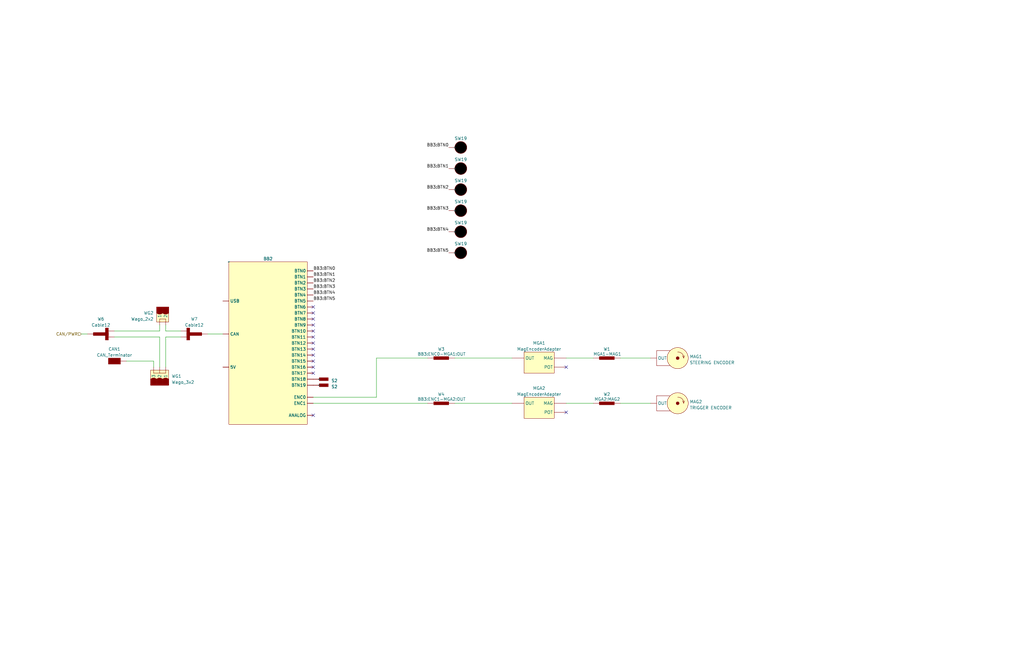
<source format=kicad_sch>
(kicad_sch (version 20230121) (generator eeschema)
  (paper "B")
  (title_block (title "Driver Station System Diagram") (date "2023-02-26") (rev "1.0") (company "971 Spartan Robotics"))
  (lib_symbols
    (symbol "Push_Button_SW_6"
      (property "Reference" "SW18" (at 2.54 3.81 0))
      (property "Value" "~" (at 0 0 0))
      (symbol "Push_Button_SW_6_0_0"
        (pin passive line (at -2.54 0 0) (length 2.54) (name "") (number ""))
      )
      (symbol "Push_Button_SW_6_0_1"
        (circle (center 2.54 0) (radius 2.54) (fill (type color) (color 0 0 0 1)))
      )
    )
    (symbol "SystemDiagram:Button_Board_2"
      (property "Reference" "BB" (at 0 1.27 0))
      (symbol "Button_Board_2_0_0"
        (pin power_in line (at -2.54 -44.45 0) (length 2.54) (name "5V") (number ""))
        (pin input line (at 35.56 -64.77 180) (length 2.54) (name "ANALOG") (number ""))
        (pin input line (at 35.56 -3.81 180) (length 2.54) (name "BTN0") (number ""))
        (pin input line (at 35.56 -6.35 180) (length 2.54) (name "BTN1") (number ""))
        (pin input line (at 35.56 -29.21 180) (length 2.54) (name "BTN10") (number ""))
        (pin input line (at 35.56 -31.75 180) (length 2.54) (name "BTN11") (number ""))
        (pin input line (at 35.56 -34.29 180) (length 2.54) (name "BTN12") (number ""))
        (pin input line (at 35.56 -36.83 180) (length 2.54) (name "BTN13") (number ""))
        (pin input line (at 35.56 -39.37 180) (length 2.54) (name "BTN14") (number ""))
        (pin input line (at 35.56 -41.91 180) (length 2.54) (name "BTN15") (number ""))
        (pin input line (at 35.56 -44.45 180) (length 2.54) (name "BTN16") (number ""))
        (pin input line (at 35.56 -46.99 180) (length 2.54) (name "BTN17") (number ""))
        (pin input line (at 35.56 -49.53 180) (length 2.54) (name "BTN18") (number ""))
        (pin input line (at 35.56 -52.07 180) (length 2.54) (name "BTN19") (number ""))
        (pin input line (at 35.56 -8.89 180) (length 2.54) (name "BTN2") (number ""))
        (pin input line (at 35.56 -11.43 180) (length 2.54) (name "BTN3") (number ""))
        (pin input line (at 35.56 -13.97 180) (length 2.54) (name "BTN4") (number ""))
        (pin input line (at 35.56 -16.51 180) (length 2.54) (name "BTN5") (number ""))
        (pin input line (at 35.56 -19.05 180) (length 2.54) (name "BTN6") (number ""))
        (pin input line (at 35.56 -21.59 180) (length 2.54) (name "BTN7") (number ""))
        (pin input line (at 35.56 -24.13 180) (length 2.54) (name "BTN8") (number ""))
        (pin input line (at 35.56 -26.67 180) (length 2.54) (name "BTN9") (number ""))
        (pin bidirectional line (at -2.54 -30.48 0) (length 2.54) (name "CAN") (number ""))
        (pin input line (at 35.56 -57.15 180) (length 2.54) (name "ENC0") (number ""))
        (pin input line (at 35.56 -59.69 180) (length 2.54) (name "ENC1") (number ""))
        (pin bidirectional line (at -2.54 -16.51 0) (length 2.54) (name "USB") (number ""))
      )
      (symbol "Button_Board_2_0_1"
        (rectangle (start 0 0) (end 33.02 -68.58) (fill (type background)))
      )
    )
    (symbol "SystemDiagram:CAN_Terminator"
      (property "Reference" "CAN" (at 0 0 0))
      (property "Value" "CAN_Terminator" (at 0 0 0))
      (symbol "CAN_Terminator_0_1"
        (rectangle (start 0 1.27) (end 5.08 -1.27) (fill (type outline)))
      )
      (symbol "CAN_Terminator_1_1"
        (pin input line (at -2.54 0 0) (length 2.54) (name "") (number ""))
      )
    )
    (symbol "SystemDiagram:Cable" (pin_numbers hide) (pin_names hide)
      (property "Reference" "W" (at 0 0 0))
      (property "Value" "Cable" (at 0 0 0))
      (symbol "Cable_0_1"
        (rectangle (start 0 0.635) (end 6.35 -0.635) (fill (type outline)))
      )
      (symbol "Cable_1_1"
        (pin input line (at -2.54 0 0) (length 2.54) (name "1") (number "1"))
        (pin input line (at 8.89 0 180) (length 2.54) (name "1") (number "1"))
      )
    )
    (symbol "SystemDiagram:Cable12" (pin_numbers hide) (pin_names hide)
      (property "Reference" "W" (at 0 0 0))
      (property "Value" "Cable12" (at 0 0 0))
      (symbol "Cable12_0_1"
        (rectangle (start 0 0.635) (end 6.35 -0.635) (fill (type outline)))
        (rectangle (start 5.08 2.54) (end 6.35 -2.54) (fill (type outline)))
      )
      (symbol "Cable12_1_1"
        (pin input line (at -2.54 0 0) (length 2.54) (name "1") (number "1"))
        (pin input line (at 8.89 -1.27 180) (length 2.54) (name "1") (number "1"))
        (pin input line (at 8.89 1.27 180) (length 2.54) (name "1") (number "1"))
      )
    )
    (symbol "SystemDiagram:MagEncoderAdapter"
      (property "Reference" "MGA" (at 0 0 0))
      (property "Value" "MagEncoderAdapter" (at 0 0 0))
      (symbol "MagEncoderAdapter_0_0"
        (pin unspecified line (at -5.08 -2.54 0) (length 5.08) (name "MAG") (number ""))
        (pin unspecified line (at 17.78 -2.54 180) (length 5.08) (name "OUT") (number ""))
        (pin unspecified line (at -5.08 -6.35 0) (length 5.08) (name "POT") (number ""))
      )
      (symbol "MagEncoderAdapter_0_1"
        (rectangle (start 0 0) (end 12.7 -8.89) (fill (type background)))
      )
    )
    (symbol "SystemDiagram:Mag_Encoder"
      (property "Reference" "MAG" (at 0 0 0))
      (property "Value" "Mag_Encoder" (at 0 0 0))
      (symbol "Mag_Encoder_0_1"
        (polyline (pts (xy 11.43 0) (xy 10.9715 0.9811)))
        (polyline (pts (xy 11.43 0) (xy 11.743 1.0309)))
        (polyline (pts (xy 5.715 -3.175) (xy 0 -3.175) (xy 0 3.175) (xy 5.715 3.175)))
        (circle (center 8.89 0) (radius 0.635) (fill (type outline)))
        (circle (center 8.89 0) (radius 4.445) (fill (type background)))
        (arc (start 11.43 0) (mid 10.7612 1.8712) (end 8.89 2.54))
      )
      (symbol "Mag_Encoder_1_1"
        (pin input line (at -2.54 0 0) (length 2.54) (name "OUT") (number ""))
      )
    )
    (symbol "SystemDiagram:Short"
      (property "Reference" "S" (at 0 0 0))
      (symbol "Short_0_0"
        (pin passive line (at -2.54 0 0) (length 2.54) (name "") (number ""))
      )
      (symbol "Short_0_1"
        (rectangle (start 0 0.635) (end 3.81 -0.635) (fill (type outline)))
      )
    )
    (symbol "SystemDiagram:Wago_2"
      (property "Reference" "WG" (at 1.27 0 0))
      (property "Value" "Wago_2" (at 2.54 0 0))
      (symbol "Wago_2_0_1"
        (rectangle (start -1.27 2.54) (end 5.08 -2.54) (fill (type background)))
        (polyline (pts (xy 0 1.27) (xy 0 -1.27)))
        (arc (start 2.54 -1.27) (mid 2.54 -1.27) (end 2.54 -1.27))
        (arc (start 2.54 0) (mid 2.0139 -1.27) (end 2.54 -2.54) (fill (type outline)))
        (rectangle (start 2.54 0) (end 5.08 -2.54) (fill (type outline)))
        (arc (start 2.54 2.54) (mid 2.0139 1.27) (end 2.54 0) (fill (type outline)))
        (rectangle (start 2.54 2.54) (end 5.08 0) (fill (type outline)))
        (rectangle (start 3.81 -1.27) (end 3.81 -1.27))
      )
      (symbol "Wago_2_1_1"
        (pin input line (at -2.54 1.27 0) (length 2.54) (name "1") (number ""))
        (pin input line (at -2.54 -1.27 0) (length 2.54) (name "2") (number ""))
      )
    )
    (symbol "SystemDiagram:Wago_3"
      (property "Reference" "WG" (at 1.27 0 0))
      (property "Value" "Wago_3" (at 2.54 0 0))
      (symbol "Wago_3_0_1"
        (rectangle (start -1.27 3.81) (end 5.08 -3.81) (fill (type background)))
        (polyline (pts (xy 0 2.54) (xy 0 -2.54)))
        (arc (start 2.54 -1.27) (mid 2.0139 -2.54) (end 2.54 -3.81) (fill (type outline)))
        (rectangle (start 2.54 -1.27) (end 5.08 -3.81) (fill (type outline)))
        (arc (start 2.54 1.27) (mid 2.0139 0) (end 2.54 -1.27) (fill (type outline)))
        (rectangle (start 2.54 1.27) (end 5.08 -1.27) (fill (type outline)))
        (arc (start 2.54 2.54) (mid 2.54 2.54) (end 2.54 2.54))
        (arc (start 2.54 3.81) (mid 2.0139 2.54) (end 2.54 1.27) (fill (type outline)))
        (rectangle (start 2.54 3.81) (end 5.08 1.27) (fill (type outline)))
        (rectangle (start 3.81 -1.27) (end 3.81 -1.27))
      )
      (symbol "Wago_3_1_1"
        (pin input line (at -2.54 2.54 0) (length 2.54) (name "1") (number ""))
        (pin input line (at -2.54 0 0) (length 2.54) (name "2") (number ""))
        (pin input line (at -2.54 -2.54 0) (length 2.54) (name "3") (number ""))
      )
    )
  )
  (no_connect (at 132.08 152.4))
  (no_connect (at 132.08 132.08))
  (no_connect (at 132.08 144.78))
  (no_connect (at 132.08 157.48))
  (no_connect (at 132.08 134.62))
  (no_connect (at 132.08 139.7))
  (no_connect (at 132.08 142.24))
  (no_connect (at 132.08 154.94))
  (no_connect (at 132.08 147.32))
  (no_connect (at 132.08 149.86))
  (no_connect (at 238.76 154.94))
  (no_connect (at 132.08 137.16))
  (no_connect (at 132.08 175.26))
  (no_connect (at 132.08 129.54))
  (no_connect (at 238.76 173.99))
  (wire (pts (xy 69.85 142.24) (xy 76.2 142.24)))
  (wire (pts (xy 261.62 170.18) (xy 274.32 170.18)))
  (wire (pts (xy 87.63 140.97) (xy 93.98 140.97)))
  (wire (pts (xy 69.85 139.7) (xy 76.2 139.7)))
  (wire (pts (xy 261.62 151.13) (xy 274.32 151.13)))
  (wire (pts (xy 36.83 140.97) (xy 34.29 140.97)))
  (wire (pts (xy 48.26 139.7) (xy 67.31 139.7)))
  (wire (pts (xy 132.08 170.18) (xy 180.34 170.18)))
  (wire (pts (xy 69.85 137.16) (xy 69.85 139.7)))
  (wire (pts (xy 67.31 139.7) (xy 67.31 137.16)))
  (wire (pts (xy 238.76 170.18) (xy 250.19 170.18)))
  (wire (pts (xy 67.31 142.24) (xy 48.26 142.24)))
  (wire (pts (xy 191.77 151.13) (xy 215.9 151.13)))
  (wire (pts (xy 238.76 151.13) (xy 250.19 151.13)))
  (wire (pts (xy 69.85 154.94) (xy 69.85 142.24)))
  (wire (pts (xy 191.77 170.18) (xy 215.9 170.18)))
  (wire (pts (xy 158.75 167.64) (xy 158.75 151.13)))
  (wire (pts (xy 53.34 152.4) (xy 64.77 152.4)))
  (wire (pts (xy 132.08 167.64) (xy 158.75 167.64)))
  (wire (pts (xy 64.77 154.94) (xy 64.77 152.4)))
  (wire (pts (xy 67.31 154.94) (xy 67.31 142.24)))
  (wire (pts (xy 158.75 151.13) (xy 180.34 151.13)))
  (label "BB3:BTN3" (at 132.08 121.92 0))
  (label "BB3:BTN5" (at 189.23 106.68 180))
  (label "BB3:BTN3" (at 189.23 88.9 180))
  (label "BB3:BTN2" (at 189.23 80.01 180))
  (label "BB3:BTN4" (at 189.23 97.79 180))
  (label "BB3:BTN5" (at 132.08 127 0))
  (label "BB3:BTN0" (at 132.08 114.3 0))
  (label "BB3:BTN1" (at 132.08 116.84 0))
  (label "BB3:BTN4" (at 132.08 124.46 0))
  (label "BB3:BTN2" (at 132.08 119.38 0))
  (label "BB3:BTN0" (at 189.23 62.23 180))
  (label "BB3:BTN1" (at 189.23 71.12 180))
  (hierarchical_label "CAN{slash}PWR" (shape input) (at 34.29 140.97 180))
  (symbol (lib_name "Push_Button_SW_6") (lib_id "SystemDiagram:Push_Button_SW") (at 191.77 80.01 0) (unit 1)
    (property "Reference" "SW19" (at 194.31 76.2 0))
    (property "Value" "~" (at 191.77 80.01 0))
    (instances (project "DriverStation" (path "" (reference "SW19") (unit 1)) (path "" (reference "SW28") (unit 1))))
  )
  (symbol (lib_name "Push_Button_SW_6") (lib_id "SystemDiagram:Push_Button_SW") (at 191.77 88.9 0) (unit 1)
    (property "Reference" "SW19" (at 194.31 85.09 0))
    (property "Value" "~" (at 191.77 88.9 0))
    (instances (project "DriverStation" (path "" (reference "SW19") (unit 1)) (path "" (reference "SW29") (unit 1))))
  )
  (symbol (lib_id "SystemDiagram:Cable") (at 252.73 151.13 0) (unit 1)
    (property "Reference" "W1" (at 255.905 147.32 0))
    (property "Value" "MGA1-MAG1" (at 256.0747 149.4088 0))
  )
  (symbol (lib_name "Push_Button_SW_6") (lib_id "SystemDiagram:Push_Button_SW") (at 191.77 106.68 0) (unit 1)
    (property "Reference" "SW19" (at 194.31 102.87 0))
    (property "Value" "~" (at 191.77 106.68 0))
    (instances (project "DriverStation" (path "" (reference "SW19") (unit 1)) (path "" (reference "SW31") (unit 1))))
  )
  (symbol (lib_id "SystemDiagram:Short") (at 134.62 162.56 0) (unit 1)
    (property "Reference" "S2" (at 139.7 163.195 0) (effects (justify left)))
    (property "Value" "~" (at 134.62 162.56 0))
    (instances (project "DriverStation" (path "" (reference "S2") (unit 1)) (path "" (reference "S3") (unit 1))))
  )
  (symbol (lib_id "SystemDiagram:Cable12") (at 39.37 140.97 0) (unit 1)
    (property "Reference" "W6" (at 42.545 134.62 0))
    (property "Value" "Cable12" (at 42.545 137.16 0))
  )
  (symbol (lib_id "SystemDiagram:Button_Board_2") (at 96.52 110.49 0) (unit 1)
    (property "Reference" "BB2" (at 113.03 109.22 0))
    (property "Value" "~" (at 96.52 110.49 0))
    (instances (project "DriverStation" (path "" (reference "BB2") (unit 1)) (path "" (reference "BB3") (unit 1))))
  )
  (symbol (lib_name "Push_Button_SW_6") (lib_id "SystemDiagram:Push_Button_SW") (at 191.77 71.12 0) (unit 1)
    (property "Reference" "SW19" (at 194.31 67.31 0))
    (property "Value" "~" (at 191.77 71.12 0))
    (instances (project "DriverStation" (path "" (reference "SW19") (unit 1)) (path "" (reference "SW27") (unit 1))))
  )
  (symbol (lib_name "Push_Button_SW_6") (lib_id "SystemDiagram:Push_Button_SW") (at 191.77 62.23 0) (unit 1)
    (property "Reference" "SW19" (at 194.31 58.42 0))
    (property "Value" "~" (at 191.77 62.23 0))
    (instances (project "DriverStation" (path "" (reference "SW19") (unit 1)) (path "" (reference "SW26") (unit 1))))
  )
  (symbol (lib_id "SystemDiagram:MagEncoderAdapter") (at 233.68 148.59 0) (mirror y) (unit 1)
    (property "Reference" "MGA1" (at 227.33 144.78 0))
    (property "Value" "MagEncoderAdapter" (at 227.33 147.32 0))
  )
  (symbol (lib_id "SystemDiagram:Mag_Encoder") (at 276.86 151.13 0) (unit 1)
    (property "Reference" "MAG1" (at 290.83 150.495 0) (effects (justify left)))
    (property "Value" "STEERING ENCODER" (at 290.83 153.035 0) (effects (justify left)))
  )
  (symbol (lib_id "SystemDiagram:Cable") (at 182.88 170.18 0) (unit 1)
    (property "Reference" "W4" (at 186.055 166.37 0))
    (property "Value" "BB3:ENC1-MGA2:OUT" (at 186.2247 168.4588 0))
  )
  (symbol (lib_id "SystemDiagram:Cable12") (at 85.09 140.97 0) (mirror y) (unit 1)
    (property "Reference" "W7" (at 81.915 134.62 0))
    (property "Value" "Cable12" (at 81.915 137.16 0))
  )
  (symbol (lib_name "Push_Button_SW_6") (lib_id "SystemDiagram:Push_Button_SW") (at 191.77 97.79 0) (unit 1)
    (property "Reference" "SW19" (at 194.31 93.98 0))
    (property "Value" "~" (at 191.77 97.79 0))
    (instances (project "DriverStation" (path "" (reference "SW19") (unit 1)) (path "" (reference "SW30") (unit 1))))
  )
  (symbol (lib_id "SystemDiagram:Short") (at 134.62 160.02 0) (unit 1)
    (property "Reference" "S2" (at 139.7 160.655 0) (effects (justify left)))
    (property "Value" "~" (at 134.62 160.02 0))
    (instances (project "DriverStation" (path "" (reference "S2") (unit 1)) (path "" (reference "S4") (unit 1))))
  )
  (symbol (lib_id "SystemDiagram:CAN_Terminator") (at 50.8 152.4 0) (mirror y) (unit 1)
    (property "Reference" "CAN1" (at 48.26 147.32 0))
    (property "Value" "CAN_Terminator" (at 48.26 149.86 0))
  )
  (symbol (lib_id "SystemDiagram:Cable") (at 182.88 151.13 0) (unit 1)
    (property "Reference" "W3" (at 186.055 147.32 0))
    (property "Value" "BB3:ENC0-MGA1:OUT" (at 186.2247 149.4088 0))
  )
  (symbol (lib_id "SystemDiagram:Wago_2") (at 68.58 134.62 90) (unit 1)
    (property "Reference" "WG2" (at 64.77 132.08 90) (effects (justify left)))
    (property "Value" "Wago_2x2" (at 64.77 134.62 90) (effects (justify left)))
  )
  (symbol (lib_id "SystemDiagram:Cable") (at 252.73 170.18 0) (unit 1)
    (property "Reference" "W2" (at 255.905 166.37 0))
    (property "Value" "MGA2:MAG2" (at 256.0747 168.4588 0))
  )
  (symbol (lib_id "SystemDiagram:Mag_Encoder") (at 276.86 170.18 0) (unit 1)
    (property "Reference" "MAG2" (at 290.83 169.545 0) (effects (justify left)))
    (property "Value" "TRIGGER ENCODER" (at 290.83 172.085 0) (effects (justify left)))
  )
  (symbol (lib_id "SystemDiagram:MagEncoderAdapter") (at 233.68 167.64 0) (mirror y) (unit 1)
    (property "Reference" "MGA2" (at 227.33 163.83 0))
    (property "Value" "MagEncoderAdapter" (at 227.33 166.37 0))
  )
  (symbol (lib_id "SystemDiagram:Wago_3") (at 67.31 157.48 270) (unit 1)
    (property "Reference" "WG1" (at 72.39 158.75 90) (effects (justify left)))
    (property "Value" "Wago_3x2" (at 72.39 161.29 90) (effects (justify left)))
  )
)
</source>
